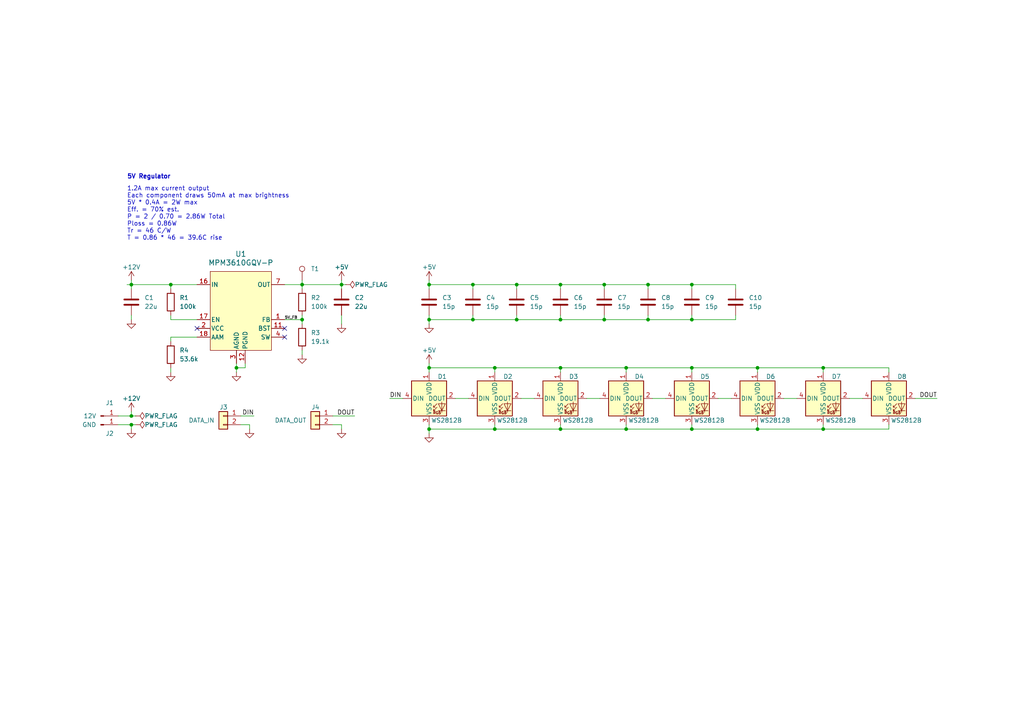
<source format=kicad_sch>
(kicad_sch (version 20230121) (generator eeschema)
  (paper "A4")
  (lib_symbols
    (symbol "Connector:Conn_01x01_Pin" (pin_names (offset 1.016) hide)
      (property "Reference" "J" (at 0 2.54 0))
      (property "Value" "Conn_01x01_Pin" (at 0 -2.54 0))
      (symbol "Conn_01x01_Pin_1_1"
        (polyline (pts (xy 1.27 0) (xy 0.8636 0)) (stroke (width 0.1524)))
        (rectangle (start 0.8636 0.127) (end 0 -0.127) (stroke (width 0.1524)) (fill (type outline)))
        (pin passive line (at 5.08 0 180) (length 3.81) (name "Pin_1") (number "1"))
      )
    )
    (symbol "Connector:TestPoint" (pin_numbers hide) (pin_names (offset 0.762) hide)
      (property "Reference" "TP" (at 0 6.858 0))
      (property "Value" "TestPoint" (at 0 5.08 0))
      (symbol "TestPoint_0_1"
        (circle (center 0 3.302) (radius 0.762))
      )
      (symbol "TestPoint_1_1"
        (pin passive line (at 0 0 90) (length 2.54) (name "1") (number "1"))
      )
    )
    (symbol "Connector_Generic:Conn_01x02" (pin_names (offset 1.016) hide)
      (property "Reference" "J" (at 0 2.54 0))
      (property "Value" "Conn_01x02" (at 0 -5.08 0))
      (symbol "Conn_01x02_1_1"
        (rectangle (start -1.27 -2.413) (end 0 -2.667) (stroke (width 0.1524)))
        (rectangle (start -1.27 0.127) (end 0 -0.127) (stroke (width 0.1524)))
        (rectangle (start -1.27 1.27) (end 1.27 -3.81) (stroke (width 0.254)) (fill (type background)))
        (pin passive line (at -5.08 0 0) (length 3.81) (name "Pin_1") (number "1"))
        (pin passive line (at -5.08 -2.54 0) (length 3.81) (name "Pin_2") (number "2"))
      )
    )
    (symbol "Device:C" (pin_numbers hide) (pin_names (offset 0.254))
      (property "Reference" "C" (at 0.635 2.54 0))
      (property "Value" "C" (at 0.635 -2.54 0))
      (symbol "C_0_1"
        (polyline (pts (xy -2.032 -0.762) (xy 2.032 -0.762)) (stroke (width 0.508)))
        (polyline (pts (xy -2.032 0.762) (xy 2.032 0.762)) (stroke (width 0.508)))
      )
      (symbol "C_1_1"
        (pin passive line (at 0 3.81 270) (length 2.794) (name "~") (number "1"))
        (pin passive line (at 0 -3.81 90) (length 2.794) (name "~") (number "2"))
      )
    )
    (symbol "Device:R" (pin_numbers hide) (pin_names (offset 0))
      (property "Reference" "R" (at 2.032 0 90))
      (property "Value" "R" (at 0 0 90))
      (symbol "R_0_1"
        (rectangle (start -1.016 -2.54) (end 1.016 2.54) (stroke (width 0.254)))
      )
      (symbol "R_1_1"
        (pin passive line (at 0 3.81 270) (length 1.27) (name "~") (number "1"))
        (pin passive line (at 0 -3.81 90) (length 1.27) (name "~") (number "2"))
      )
    )
    (symbol "LED:WS2812B" (pin_names (offset 0.254))
      (property "Reference" "D" (at 5.08 5.715 0))
      (property "Value" "WS2812B" (at 1.27 -5.715 0))
      (symbol "WS2812B_0_0"
        (text "RGB" (at 2.286 -4.191 0) (effects (font (size 0.762 0.762))))
      )
      (symbol "WS2812B_0_1"
        (polyline (pts (xy 1.27 -3.556) (xy 1.778 -3.556)))
        (polyline (pts (xy 1.27 -2.54) (xy 1.778 -2.54)))
        (polyline (pts (xy 4.699 -3.556) (xy 2.667 -3.556)))
        (polyline (pts (xy 2.286 -2.54) (xy 1.27 -3.556) (xy 1.27 -3.048)))
        (polyline (pts (xy 2.286 -1.524) (xy 1.27 -2.54) (xy 1.27 -2.032)))
        (polyline (pts (xy 3.683 -1.016) (xy 3.683 -3.556) (xy 3.683 -4.064)))
        (polyline (pts (xy 4.699 -1.524) (xy 2.667 -1.524) (xy 3.683 -3.556) (xy 4.699 -1.524)))
        (rectangle (start 5.08 5.08) (end -5.08 -5.08) (stroke (width 0.254)) (fill (type background)))
      )
      (symbol "WS2812B_1_1"
        (pin power_in line (at 0 7.62 270) (length 2.54) (name "VDD") (number "1"))
        (pin output line (at 7.62 0 180) (length 2.54) (name "DOUT") (number "2"))
        (pin power_in line (at 0 -7.62 90) (length 2.54) (name "VSS") (number "3"))
        (pin input line (at -7.62 0 0) (length 2.54) (name "DIN") (number "4"))
      )
    )
    (symbol "MPM3610GQV-P:MPM3610GQV-P" (pin_names (offset 0.254))
      (property "Reference" "U" (at 12.7 6.35 0))
      (property "Value" "MPM3610GQV-P" (at 12.7 3.81 0))
      (property "MPN" "MPM3610GQV-P" (at 0 0 0))
      (symbol "MPM3610GQV-P_1_1"
        (rectangle (start 3.81 1.27) (end 21.59 -21.59) (fill (type background)))
        (pin unspecified line (at 25.4 -12.7 180) (length 3.81) (name "FB") (number "1"))
        (pin no_connect line (at 0 0 0) (length 3.81) hide (name "NC") (number "10"))
        (pin unspecified line (at 25.4 -15.24 180) (length 3.81) (name "BST") (number "11"))
        (pin power_in line (at 13.97 -25.4 90) (length 3.81) (name "PGND") (number "12"))
        (pin passive line (at 13.97 -25.4 90) (length 3.81) hide (name "PGND") (number "13"))
        (pin passive line (at 13.97 -25.4 90) (length 3.81) hide (name "PGND") (number "14"))
        (pin no_connect line (at 0 0 0) (length 3.81) hide (name "NC") (number "15"))
        (pin power_in line (at 0 -2.54 0) (length 3.81) (name "IN") (number "16"))
        (pin unspecified line (at 0 -12.7 0) (length 3.81) (name "EN") (number "17"))
        (pin unspecified line (at 0 -17.78 0) (length 3.81) (name "AAM") (number "18"))
        (pin no_connect line (at 0 0 0) (length 3.81) hide (name "NC") (number "19"))
        (pin power_in line (at 0 -15.24 0) (length 3.81) (name "VCC") (number "2"))
        (pin no_connect line (at 0 0 0) (length 3.81) hide (name "NC") (number "20"))
        (pin power_in line (at 11.43 -25.4 90) (length 3.81) (name "AGND") (number "3"))
        (pin power_in line (at 25.4 -17.78 180) (length 3.81) (name "SW") (number "4"))
        (pin passive line (at 25.4 -17.78 180) (length 3.81) hide (name "SW") (number "5"))
        (pin passive line (at 25.4 -17.78 180) (length 3.81) hide (name "SW") (number "6"))
        (pin power_in line (at 25.4 -2.54 180) (length 3.81) (name "OUT") (number "7"))
        (pin passive line (at 25.4 -2.54 180) (length 3.81) hide (name "OUT") (number "8"))
        (pin passive line (at 25.4 -2.54 180) (length 3.81) hide (name "OUT") (number "9"))
      )
    )
    (symbol "power:+12V" (power) (pin_names (offset 0))
      (property "Value" "+12V" (at 0 3.556 0))
      (symbol "+12V_0_1"
        (polyline (pts (xy -0.762 1.27) (xy 0 2.54)))
        (polyline (pts (xy 0 0) (xy 0 2.54)))
        (polyline (pts (xy 0 2.54) (xy 0.762 1.27)))
      )
      (symbol "+12V_1_1"
        (pin power_in line (at 0 0 90) (length 0) hide (name "+12V") (number "1"))
      )
    )
    (symbol "power:+5V" (power) (pin_names (offset 0))
      (property "Value" "+5V" (at 0 3.556 0))
      (symbol "+5V_0_1"
        (polyline (pts (xy -0.762 1.27) (xy 0 2.54)))
        (polyline (pts (xy 0 0) (xy 0 2.54)))
        (polyline (pts (xy 0 2.54) (xy 0.762 1.27)))
      )
      (symbol "+5V_1_1"
        (pin power_in line (at 0 0 90) (length 0) hide (name "+5V") (number "1"))
      )
    )
    (symbol "power:GND" (power) (pin_names (offset 0))
      (property "Value" "GND" (at 0 -3.81 0))
      (symbol "GND_0_1"
        (polyline (pts (xy 0 0) (xy 0 -1.27) (xy 1.27 -1.27) (xy 0 -2.54) (xy -1.27 -1.27) (xy 0 -1.27)))
      )
      (symbol "GND_1_1"
        (pin power_in line (at 0 0 270) (length 0) hide (name "GND") (number "1"))
      )
    )
    (symbol "power:PWR_FLAG" (power) (pin_numbers hide) (pin_names (offset 0) hide)
      (property "Value" "PWR_FLAG" (at 0 3.81 0))
      (symbol "PWR_FLAG_0_0"
        (pin power_out line (at 0 0 90) (length 0) (name "pwr") (number "1"))
      )
      (symbol "PWR_FLAG_0_1"
        (polyline (pts (xy 0 0) (xy 0 1.27) (xy -1.016 1.905) (xy 0 2.54) (xy 1.016 1.905) (xy 0 1.27)))
      )
    )
  )
  (junction (at 49.53 82.55))
  (junction (at 124.46 82.55))
  (junction (at 149.86 82.55))
  (junction (at 181.61 106.68))
  (junction (at 124.46 124.46))
  (junction (at 238.76 124.46))
  (junction (at 219.71 124.46))
  (junction (at 87.63 92.71))
  (junction (at 149.86 92.71))
  (junction (at 38.1 82.55))
  (junction (at 175.26 92.71))
  (junction (at 68.58 106.68))
  (junction (at 87.63 82.55))
  (junction (at 143.51 106.68))
  (junction (at 162.56 92.71))
  (junction (at 200.66 82.55))
  (junction (at 162.56 124.46))
  (junction (at 200.66 106.68))
  (junction (at 187.96 82.55))
  (junction (at 175.26 82.55))
  (junction (at 38.1 123.19))
  (junction (at 99.06 82.55))
  (junction (at 143.51 124.46))
  (junction (at 181.61 124.46))
  (junction (at 162.56 106.68))
  (junction (at 137.16 82.55))
  (junction (at 200.66 92.71))
  (junction (at 238.76 106.68))
  (junction (at 200.66 124.46))
  (junction (at 124.46 92.71))
  (junction (at 162.56 82.55))
  (junction (at 124.46 106.68))
  (junction (at 219.71 106.68))
  (junction (at 187.96 92.71))
  (junction (at 137.16 92.71))
  (junction (at 38.1 120.65))
  (no_connect (at 57.15 95.25))
  (no_connect (at 82.55 95.25))
  (no_connect (at 82.55 97.79))
  (wire (pts (xy 149.86 92.71) (xy 137.16 92.71)))
  (wire (pts (xy 189.23 115.57) (xy 193.04 115.57)))
  (wire (pts (xy 38.1 120.65) (xy 34.29 120.65)))
  (wire (pts (xy 124.46 106.68) (xy 124.46 105.41)))
  (wire (pts (xy 238.76 124.46) (xy 219.71 124.46)))
  (wire (pts (xy 162.56 91.44) (xy 162.56 92.71)))
  (wire (pts (xy 124.46 123.19) (xy 124.46 124.46)))
  (wire (pts (xy 49.53 91.44) (xy 49.53 92.71)))
  (wire (pts (xy 257.81 124.46) (xy 238.76 124.46)))
  (wire (pts (xy 49.53 92.71) (xy 57.15 92.71)))
  (wire (pts (xy 82.55 82.55) (xy 87.63 82.55)))
  (wire (pts (xy 137.16 91.44) (xy 137.16 92.71)))
  (wire (pts (xy 181.61 107.95) (xy 181.61 106.68)))
  (wire (pts (xy 200.66 107.95) (xy 200.66 106.68)))
  (wire (pts (xy 82.55 92.71) (xy 87.63 92.71)))
  (wire (pts (xy 162.56 107.95) (xy 162.56 106.68)))
  (wire (pts (xy 57.15 97.79) (xy 49.53 97.79)))
  (wire (pts (xy 137.16 92.71) (xy 124.46 92.71)))
  (wire (pts (xy 99.06 82.55) (xy 99.06 83.82)))
  (wire (pts (xy 49.53 82.55) (xy 57.15 82.55)))
  (wire (pts (xy 257.81 107.95) (xy 257.81 106.68)))
  (wire (pts (xy 200.66 91.44) (xy 200.66 92.71)))
  (wire (pts (xy 49.53 97.79) (xy 49.53 99.06)))
  (wire (pts (xy 137.16 83.82) (xy 137.16 82.55)))
  (wire (pts (xy 149.86 82.55) (xy 162.56 82.55)))
  (wire (pts (xy 38.1 81.28) (xy 38.1 82.55)))
  (wire (pts (xy 49.53 106.68) (xy 49.53 107.95)))
  (wire (pts (xy 219.71 107.95) (xy 219.71 106.68)))
  (wire (pts (xy 87.63 82.55) (xy 87.63 83.82)))
  (wire (pts (xy 68.58 106.68) (xy 68.58 107.95)))
  (wire (pts (xy 175.26 92.71) (xy 162.56 92.71)))
  (wire (pts (xy 38.1 123.19) (xy 34.29 123.19)))
  (wire (pts (xy 137.16 82.55) (xy 149.86 82.55)))
  (wire (pts (xy 213.36 91.44) (xy 213.36 92.71)))
  (wire (pts (xy 143.51 124.46) (xy 124.46 124.46)))
  (wire (pts (xy 124.46 82.55) (xy 124.46 83.82)))
  (wire (pts (xy 151.13 115.57) (xy 154.94 115.57)))
  (wire (pts (xy 181.61 106.68) (xy 162.56 106.68)))
  (wire (pts (xy 96.52 120.65) (xy 102.87 120.65)))
  (wire (pts (xy 200.66 82.55) (xy 187.96 82.55)))
  (wire (pts (xy 238.76 123.19) (xy 238.76 124.46)))
  (wire (pts (xy 187.96 92.71) (xy 200.66 92.71)))
  (wire (pts (xy 162.56 83.82) (xy 162.56 82.55)))
  (wire (pts (xy 38.1 82.55) (xy 38.1 83.82)))
  (wire (pts (xy 68.58 105.41) (xy 68.58 106.68)))
  (wire (pts (xy 49.53 82.55) (xy 49.53 83.82)))
  (wire (pts (xy 87.63 82.55) (xy 99.06 82.55)))
  (wire (pts (xy 132.08 115.57) (xy 135.89 115.57)))
  (wire (pts (xy 257.81 106.68) (xy 238.76 106.68)))
  (wire (pts (xy 162.56 92.71) (xy 149.86 92.71)))
  (wire (pts (xy 187.96 82.55) (xy 175.26 82.55)))
  (wire (pts (xy 175.26 92.71) (xy 187.96 92.71)))
  (wire (pts (xy 175.26 82.55) (xy 162.56 82.55)))
  (wire (pts (xy 175.26 83.82) (xy 175.26 82.55)))
  (wire (pts (xy 246.38 115.57) (xy 250.19 115.57)))
  (wire (pts (xy 213.36 82.55) (xy 200.66 82.55)))
  (wire (pts (xy 187.96 83.82) (xy 187.96 82.55)))
  (wire (pts (xy 87.63 92.71) (xy 87.63 93.98)))
  (wire (pts (xy 238.76 107.95) (xy 238.76 106.68)))
  (wire (pts (xy 219.71 106.68) (xy 238.76 106.68)))
  (wire (pts (xy 170.18 115.57) (xy 173.99 115.57)))
  (wire (pts (xy 213.36 92.71) (xy 200.66 92.71)))
  (wire (pts (xy 36.83 82.55) (xy 38.1 82.55)))
  (wire (pts (xy 143.51 123.19) (xy 143.51 124.46)))
  (wire (pts (xy 99.06 82.55) (xy 100.33 82.55)))
  (wire (pts (xy 38.1 120.65) (xy 39.37 120.65)))
  (wire (pts (xy 265.43 115.57) (xy 271.78 115.57)))
  (wire (pts (xy 181.61 124.46) (xy 162.56 124.46)))
  (wire (pts (xy 38.1 82.55) (xy 49.53 82.55)))
  (wire (pts (xy 162.56 106.68) (xy 143.51 106.68)))
  (wire (pts (xy 200.66 124.46) (xy 181.61 124.46)))
  (wire (pts (xy 71.12 106.68) (xy 68.58 106.68)))
  (wire (pts (xy 219.71 123.19) (xy 219.71 124.46)))
  (wire (pts (xy 149.86 91.44) (xy 149.86 92.71)))
  (wire (pts (xy 87.63 81.28) (xy 87.63 82.55)))
  (wire (pts (xy 87.63 91.44) (xy 87.63 92.71)))
  (wire (pts (xy 137.16 82.55) (xy 124.46 82.55)))
  (wire (pts (xy 124.46 91.44) (xy 124.46 92.71)))
  (wire (pts (xy 200.66 106.68) (xy 219.71 106.68)))
  (wire (pts (xy 149.86 83.82) (xy 149.86 82.55)))
  (wire (pts (xy 124.46 92.71) (xy 124.46 93.98)))
  (wire (pts (xy 38.1 123.19) (xy 38.1 124.46)))
  (wire (pts (xy 200.66 83.82) (xy 200.66 82.55)))
  (wire (pts (xy 72.39 123.19) (xy 72.39 124.46)))
  (wire (pts (xy 124.46 81.28) (xy 124.46 82.55)))
  (wire (pts (xy 219.71 124.46) (xy 200.66 124.46)))
  (wire (pts (xy 208.28 115.57) (xy 212.09 115.57)))
  (wire (pts (xy 99.06 123.19) (xy 99.06 124.46)))
  (wire (pts (xy 187.96 91.44) (xy 187.96 92.71)))
  (wire (pts (xy 71.12 105.41) (xy 71.12 106.68)))
  (wire (pts (xy 87.63 101.6) (xy 87.63 102.87)))
  (wire (pts (xy 99.06 91.44) (xy 99.06 93.98)))
  (wire (pts (xy 175.26 91.44) (xy 175.26 92.71)))
  (wire (pts (xy 38.1 123.19) (xy 39.37 123.19)))
  (wire (pts (xy 162.56 123.19) (xy 162.56 124.46)))
  (wire (pts (xy 38.1 119.38) (xy 38.1 120.65)))
  (wire (pts (xy 162.56 124.46) (xy 143.51 124.46)))
  (wire (pts (xy 113.03 115.57) (xy 116.84 115.57)))
  (wire (pts (xy 257.81 123.19) (xy 257.81 124.46)))
  (wire (pts (xy 143.51 106.68) (xy 124.46 106.68)))
  (wire (pts (xy 38.1 91.44) (xy 38.1 92.71)))
  (wire (pts (xy 227.33 115.57) (xy 231.14 115.57)))
  (wire (pts (xy 181.61 123.19) (xy 181.61 124.46)))
  (wire (pts (xy 200.66 106.68) (xy 181.61 106.68)))
  (wire (pts (xy 69.85 120.65) (xy 73.66 120.65)))
  (wire (pts (xy 143.51 107.95) (xy 143.51 106.68)))
  (wire (pts (xy 124.46 124.46) (xy 124.46 125.73)))
  (wire (pts (xy 96.52 123.19) (xy 99.06 123.19)))
  (wire (pts (xy 69.85 123.19) (xy 72.39 123.19)))
  (wire (pts (xy 200.66 123.19) (xy 200.66 124.46)))
  (wire (pts (xy 99.06 81.28) (xy 99.06 82.55)))
  (wire (pts (xy 124.46 106.68) (xy 124.46 107.95)))
  (wire (pts (xy 213.36 83.82) (xy 213.36 82.55)))
  (text "5V Regulator" (at 36.83 52.07 0) (effects (font (size 1.27 1.27) (thickness 0.254) bold) (justify left bottom)))
  (text "1.2A max current output\nEach component draws 50mA at max brightness\n5V * 0.4A = 2W max\nEff. = 70% est.\nP = 2 / 0.70 = 2.86W Total\nPloss = 0.86W \nTr = 46 C/W\nT = 0.86 * 46 = 39.6C rise" (at 36.83 69.85 0) (effects (font (size 1.27 1.27)) (justify left bottom)))
  (label "DIN" (at 73.66 120.65 180))
  (label "DOUT" (at 102.87 120.65 180))
  (label "DOUT" (at 271.78 115.57 180))
  (label "DIN" (at 113.03 115.57 0))
  (label "5V_FB" (at 82.55 92.71 0) (effects (font (size 0.8 0.8))))
  (symbol (lib_id "Device:C") (at 175.26 87.63 0) (unit 1)
    (property "Reference" "C7" (at 179.07 86.36 0) (effects (justify left)))
    (property "Value" "15p" (at 179.07 88.9 0) (effects (justify left)))
    (property "Footprint" "Capacitor_SMD:C_0603_1608Metric" (effects hide))
    (property "MPN" "GCM1885C2A150GA16D" (effects hide))
  )
  (symbol (lib_id "Device:C") (at 137.16 87.63 0) (unit 1)
    (property "Reference" "C4" (at 140.97 86.36 0) (effects (justify left)))
    (property "Value" "15p" (at 140.97 88.9 0) (effects (justify left)))
    (property "Footprint" "Capacitor_SMD:C_0603_1608Metric" (effects hide))
    (property "MPN" "GCM1885C2A150GA16D" (effects hide))
  )
  (symbol (lib_id "power:GND") (at 49.53 107.95 0) (unit 1)
    (property "Reference" "#PWR08" (effects hide))
    (property "Value" "GND" (effects hide))
  )
  (symbol (lib_id "power:GND") (at 38.1 124.46 0) (unit 1)
    (property "Reference" "#PWR012" (effects hide))
    (property "Value" "GND" (effects hide))
  )
  (symbol (lib_id "power:GND") (at 124.46 93.98 0) (unit 1)
    (property "Reference" "#PWR010" (effects hide))
    (property "Value" "GND" (effects hide))
  )
  (symbol (lib_id "Connector_Generic:Conn_01x02") (at 91.44 120.65 0) (mirror y) (unit 1)
    (property "Reference" "J4" (at 92.71 118.11 0) (effects (justify left)))
    (property "Value" "DATA_OUT" (at 88.9 121.92 0) (effects (justify left)))
    (property "Footprint" "Connector_JST:JST_PH_B2B-PH-K_1x02_P2.00mm_Vertical" (effects hide))
  )
  (symbol (lib_id "Device:C") (at 213.36 87.63 0) (unit 1)
    (property "Reference" "C10" (at 217.17 86.36 0) (effects (justify left)))
    (property "Value" "15p" (at 217.17 88.9 0) (effects (justify left)))
    (property "Footprint" "Capacitor_SMD:C_0603_1608Metric" (effects hide))
    (property "MPN" "GCM1885C2A150GA16D" (effects hide))
  )
  (symbol (lib_id "power:PWR_FLAG") (at 39.37 123.19 270) (unit 1)
    (property "Reference" "#FLG04" (effects hide))
    (property "Value" "PWR_FLAG" (at 41.91 123.19 90) (effects (justify left)))
  )
  (symbol (lib_id "Device:C") (at 38.1 87.63 0) (unit 1)
    (property "Reference" "C1" (at 41.91 86.36 0) (effects (justify left)))
    (property "Value" "22u" (at 41.91 88.9 0) (effects (justify left)))
    (property "Footprint" "Capacitor_SMD:C_1210_3225Metric" (effects hide))
    (property "PN" "GRM32ER71E226KE15L" (effects hide))
  )
  (symbol (lib_id "LED:WS2812B") (at 219.71 115.57 0) (unit 1)
    (property "Reference" "D6" (at 223.52 109.22 0))
    (property "Value" "WS2812B" (at 224.79 121.92 0))
    (property "Footprint" "LED_SMD:LED_WS2812B_PLCC4_5.0x5.0mm_P3.2mm" (effects hide))
    (property "Datasheet" "https://cdn-shop.adafruit.com/datasheets/WS2812B.pdf" (effects hide))
  )
  (symbol (lib_id "power:GND") (at 68.58 107.95 0) (unit 1)
    (property "Reference" "#PWR09" (effects hide))
    (property "Value" "GND" (effects hide))
  )
  (symbol (lib_id "power:+5V") (at 124.46 105.41 0) (unit 1)
    (property "Reference" "#PWR01" (effects hide))
    (property "Value" "+5V" (at 124.46 101.6 0))
  )
  (symbol (lib_id "power:+12V") (at 38.1 119.38 0) (unit 1)
    (property "Reference" "#PWR013" (effects hide))
    (property "Value" "+12V" (at 38.1 115.57 0))
  )
  (symbol (lib_id "power:+5V") (at 99.06 81.28 0) (unit 1)
    (property "Reference" "#PWR04" (effects hide))
    (property "Value" "+5V" (at 99.06 77.47 0))
  )
  (symbol (lib_id "LED:WS2812B") (at 200.66 115.57 0) (unit 1)
    (property "Reference" "D5" (at 204.47 109.22 0))
    (property "Value" "WS2812B" (at 205.74 121.92 0))
    (property "Footprint" "LED_SMD:LED_WS2812B_PLCC4_5.0x5.0mm_P3.2mm" (effects hide))
    (property "Datasheet" "https://cdn-shop.adafruit.com/datasheets/WS2812B.pdf" (effects hide))
  )
  (symbol (lib_id "Device:R") (at 87.63 87.63 0) (unit 1)
    (property "Reference" "R2" (at 90.17 86.36 0) (effects (justify left)))
    (property "Value" "100k" (at 90.17 88.9 0) (effects (justify left)))
    (property "Footprint" "Resistor_SMD:R_0603_1608Metric" (effects hide))
    (property "PN" "ERJ-PB3D3402V " (effects hide))
  )
  (symbol (lib_id "power:GND") (at 38.1 92.71 0) (unit 1)
    (property "Reference" "#PWR05" (effects hide))
    (property "Value" "GND" (effects hide))
  )
  (symbol (lib_id "Device:R") (at 49.53 87.63 0) (unit 1)
    (property "Reference" "R1" (at 52.07 86.36 0) (effects (justify left)))
    (property "Value" "100k" (at 52.07 88.9 0) (effects (justify left)))
    (property "Footprint" "Resistor_SMD:R_0603_1608Metric" (effects hide))
    (property "PN" "ERJ-UP3F1003V" (effects hide))
  )
  (symbol (lib_id "LED:WS2812B") (at 181.61 115.57 0) (unit 1)
    (property "Reference" "D4" (at 185.42 109.22 0))
    (property "Value" "WS2812B" (at 186.69 121.92 0))
    (property "Footprint" "LED_SMD:LED_WS2812B_PLCC4_5.0x5.0mm_P3.2mm" (effects hide))
    (property "Datasheet" "https://cdn-shop.adafruit.com/datasheets/WS2812B.pdf" (effects hide))
  )
  (symbol (lib_id "Device:R") (at 49.53 102.87 0) (unit 1)
    (property "Reference" "R4" (at 52.07 101.6 0) (effects (justify left)))
    (property "Value" "53.6k" (at 52.07 104.14 0) (effects (justify left)))
    (property "Footprint" "Resistor_SMD:R_0603_1608Metric" (effects hide))
    (property "PN" "ERJ-PA3F5362V" (effects hide))
  )
  (symbol (lib_id "Connector:Conn_01x01_Pin") (at 29.21 123.19 0) (unit 1)
    (property "Reference" "J2" (at 33.02 125.73 0) (effects (justify right)))
    (property "Value" "GND" (at 27.94 123.19 0) (effects (justify right)))
    (property "Footprint" "WirePad:SolderWirePad_1x01_SMD_2x4mm" (effects hide))
  )
  (symbol (lib_id "Device:C") (at 99.06 87.63 0) (unit 1)
    (property "Reference" "C2" (at 102.87 86.36 0) (effects (justify left)))
    (property "Value" "22u" (at 102.87 88.9 0) (effects (justify left)))
    (property "Footprint" "Capacitor_SMD:C_1210_3225Metric" (effects hide))
    (property "PN" "GRM32ER71E226KE15L" (effects hide))
  )
  (symbol (lib_id "power:GND") (at 72.39 124.46 0) (unit 1)
    (property "Reference" "#PWR014" (effects hide))
    (property "Value" "GND" (effects hide))
  )
  (symbol (lib_id "Connector:Conn_01x01_Pin") (at 29.21 120.65 0) (unit 1)
    (property "Reference" "J1" (at 33.02 116.84 0) (effects (justify right)))
    (property "Value" "12V" (at 27.94 120.65 0) (effects (justify right)))
    (property "Footprint" "WirePad:SolderWirePad_1x01_SMD_2x4mm" (effects hide))
  )
  (symbol (lib_id "power:GND") (at 124.46 125.73 0) (unit 1)
    (property "Reference" "#PWR02" (effects hide))
    (property "Value" "GND" (effects hide))
  )
  (symbol (lib_id "LED:WS2812B") (at 162.56 115.57 0) (unit 1)
    (property "Reference" "D3" (at 166.37 109.22 0))
    (property "Value" "WS2812B" (at 167.64 121.92 0))
    (property "Footprint" "LED_SMD:LED_WS2812B_PLCC4_5.0x5.0mm_P3.2mm" (effects hide))
    (property "Datasheet" "https://cdn-shop.adafruit.com/datasheets/WS2812B.pdf" (effects hide))
  )
  (symbol (lib_id "Device:R") (at 87.63 97.79 0) (unit 1)
    (property "Reference" "R3" (at 90.17 96.52 0) (effects (justify left)))
    (property "Value" "19.1k" (at 90.17 99.06 0) (effects (justify left)))
    (property "Footprint" "Resistor_SMD:R_0603_1608Metric" (effects hide))
    (property "PN" "ERJ-PA3F6491V" (effects hide))
  )
  (symbol (lib_id "Device:C") (at 149.86 87.63 0) (unit 1)
    (property "Reference" "C5" (at 153.67 86.36 0) (effects (justify left)))
    (property "Value" "15p" (at 153.67 88.9 0) (effects (justify left)))
    (property "Footprint" "Capacitor_SMD:C_0603_1608Metric" (effects hide))
    (property "MPN" "GCM1885C2A150GA16D" (effects hide))
  )
  (symbol (lib_id "power:GND") (at 87.63 102.87 0) (unit 1)
    (property "Reference" "#PWR07" (effects hide))
    (property "Value" "GND" (effects hide))
  )
  (symbol (lib_id "MPM3610GQV-P:MPM3610GQV-P") (at 57.15 80.01 0) (unit 1)
    (property "Reference" "U1" (at 69.85 73.66 0) (effects (font (size 1.524 1.524))))
    (property "Value" "MPM3610GQV-P" (at 69.85 76.2 0) (effects (font (size 1.524 1.524))))
    (property "Footprint" "MPM3610GQV-P:QFN3p0x5p0x1p6_MPM3610_MNP" (effects hide))
    (property "Datasheet" "https://www.mouser.com/datasheet/2/277/MPM3610GQV_Z-2946364.pdf" (effects hide))
    (property "MPN" "MPM3610GQV-P" (effects hide))
  )
  (symbol (lib_id "Device:C") (at 187.96 87.63 0) (unit 1)
    (property "Reference" "C8" (at 191.77 86.36 0) (effects (justify left)))
    (property "Value" "15p" (at 191.77 88.9 0) (effects (justify left)))
    (property "Footprint" "Capacitor_SMD:C_0603_1608Metric" (effects hide))
    (property "MPN" "GCM1885C2A150GA16D" (effects hide))
  )
  (symbol (lib_id "power:PWR_FLAG") (at 39.37 120.65 270) (unit 1)
    (property "Reference" "#FLG03" (effects hide))
    (property "Value" "PWR_FLAG" (at 41.91 120.65 90) (effects (justify left)))
  )
  (symbol (lib_id "power:GND") (at 99.06 93.98 0) (unit 1)
    (property "Reference" "#PWR06" (effects hide))
    (property "Value" "GND" (effects hide))
  )
  (symbol (lib_id "LED:WS2812B") (at 257.81 115.57 0) (unit 1)
    (property "Reference" "D8" (at 261.62 109.22 0))
    (property "Value" "WS2812B" (at 262.89 121.92 0))
    (property "Footprint" "LED_SMD:LED_WS2812B_PLCC4_5.0x5.0mm_P3.2mm" (effects hide))
    (property "Datasheet" "https://cdn-shop.adafruit.com/datasheets/WS2812B.pdf" (effects hide))
  )
  (symbol (lib_id "Device:C") (at 124.46 87.63 0) (unit 1)
    (property "Reference" "C3" (at 128.27 86.36 0) (effects (justify left)))
    (property "Value" "15p" (at 128.27 88.9 0) (effects (justify left)))
    (property "Footprint" "Capacitor_SMD:C_0603_1608Metric" (effects hide))
    (property "MPN" "GCM1885C2A150GA16D" (effects hide))
  )
  (symbol (lib_id "Connector:TestPoint") (at 87.63 81.28 0) (unit 1)
    (property "Reference" "T1" (at 90.17 77.978 0) (effects (justify left)))
    (property "Value" "TestPoint" (effects hide))
    (property "Footprint" "RCU-0C:TP+195X110" (effects hide))
    (property "PN" "RCU-0C" (effects hide))
  )
  (symbol (lib_id "power:PWR_FLAG") (at 100.33 82.55 270) (unit 1)
    (property "Reference" "#FLG01" (effects hide))
    (property "Value" "PWR_FLAG" (at 102.87 82.55 90) (effects (justify left)))
  )
  (symbol (lib_id "Device:C") (at 200.66 87.63 0) (unit 1)
    (property "Reference" "C9" (at 204.47 86.36 0) (effects (justify left)))
    (property "Value" "15p" (at 204.47 88.9 0) (effects (justify left)))
    (property "Footprint" "Capacitor_SMD:C_0603_1608Metric" (effects hide))
    (property "MPN" "GCM1885C2A150GA16D" (effects hide))
  )
  (symbol (lib_id "Device:C") (at 162.56 87.63 0) (unit 1)
    (property "Reference" "C6" (at 166.37 86.36 0) (effects (justify left)))
    (property "Value" "15p" (at 166.37 88.9 0) (effects (justify left)))
    (property "Footprint" "Capacitor_SMD:C_0603_1608Metric" (effects hide))
    (property "MPN" "GCM1885C2A150GA16D" (effects hide))
  )
  (symbol (lib_id "LED:WS2812B") (at 124.46 115.57 0) (unit 1)
    (property "Reference" "D1" (at 128.27 109.22 0))
    (property "Value" "WS2812B" (at 129.54 121.92 0))
    (property "Footprint" "LED_SMD:LED_WS2812B_PLCC4_5.0x5.0mm_P3.2mm" (effects hide))
    (property "Datasheet" "https://cdn-shop.adafruit.com/datasheets/WS2812B.pdf" (effects hide))
  )
  (symbol (lib_id "power:+5V") (at 124.46 81.28 0) (unit 1)
    (property "Reference" "#PWR011" (effects hide))
    (property "Value" "+5V" (at 124.46 77.47 0))
  )
  (symbol (lib_id "Connector_Generic:Conn_01x02") (at 64.77 120.65 0) (mirror y) (unit 1)
    (property "Reference" "J3" (at 66.04 118.11 0) (effects (justify left)))
    (property "Value" "DATA_IN" (at 62.23 121.92 0) (effects (justify left)))
    (property "Footprint" "Connector_JST:JST_PH_B2B-PH-K_1x02_P2.00mm_Vertical" (effects hide))
  )
  (symbol (lib_id "power:GND") (at 99.06 124.46 0) (unit 1)
    (property "Reference" "#PWR015" (effects hide))
    (property "Value" "GND" (effects hide))
  )
  (symbol (lib_id "LED:WS2812B") (at 143.51 115.57 0) (unit 1)
    (property "Reference" "D2" (at 147.32 109.22 0))
    (property "Value" "WS2812B" (at 148.59 121.92 0))
    (property "Footprint" "LED_SMD:LED_WS2812B_PLCC4_5.0x5.0mm_P3.2mm" (effects hide))
    (property "Datasheet" "https://cdn-shop.adafruit.com/datasheets/WS2812B.pdf" (effects hide))
  )
  (symbol (lib_id "power:+12V") (at 38.1 81.28 0) (unit 1)
    (property "Reference" "#PWR03" (effects hide))
    (property "Value" "+12V" (at 38.1 77.47 0))
  )
  (symbol (lib_id "LED:WS2812B") (at 238.76 115.57 0) (unit 1)
    (property "Reference" "D7" (at 242.57 109.22 0))
    (property "Value" "WS2812B" (at 243.84 121.92 0))
    (property "Footprint" "LED_SMD:LED_WS2812B_PLCC4_5.0x5.0mm_P3.2mm" (effects hide))
    (property "Datasheet" "https://cdn-shop.adafruit.com/datasheets/WS2812B.pdf" (effects hide))
  )
)
</source>
